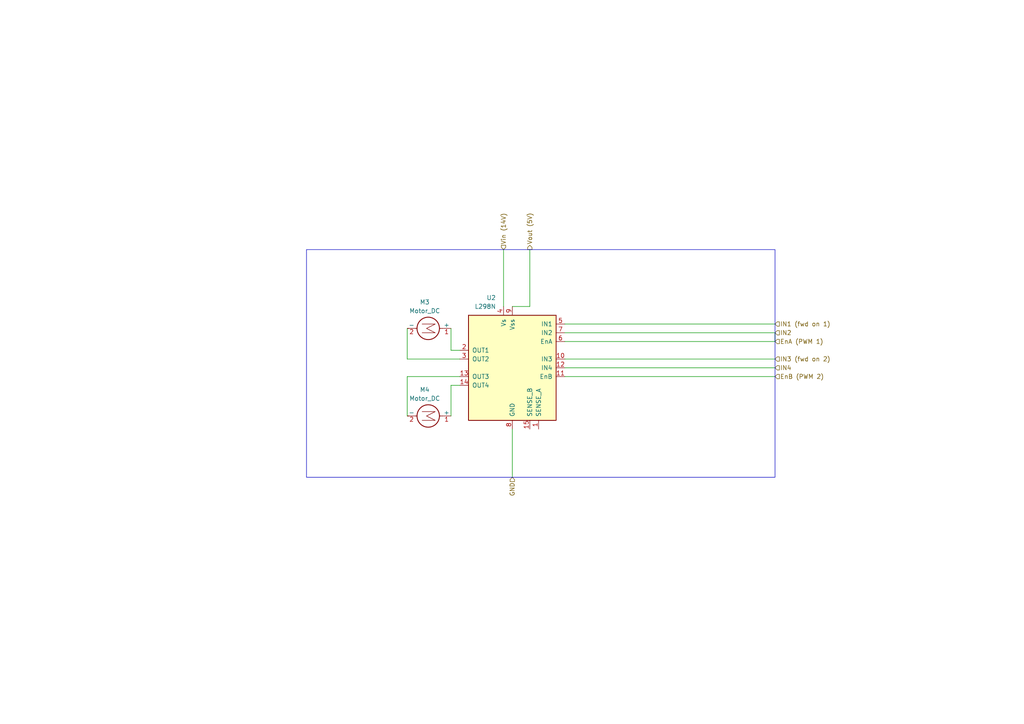
<source format=kicad_sch>
(kicad_sch (version 20231120) (generator "eeschema") (generator_version "8.0")
  (paper "A4")
  (lib_symbols
    (symbol "Driver_Motor:L298N" (pin_names (offset 1.016))
      (property "Reference" "U" (at -10.16 16.51 0))
      (property "Value" "L298N" (at 12.7 16.51 0))
      (symbol "L298N_0_1"
        (rectangle (start -12.7 15.24) (end 12.7 -15.24) (stroke (width 0.254)) (fill (type background)))
      )
      (symbol "L298N_1_1"
        (pin power_in line (at -7.62 -17.78 90) (length 2.54) (name "SENSE_A") (number "1"))
        (pin input line (at -15.24 2.54 0) (length 2.54) (name "IN3") (number "10"))
        (pin input line (at -15.24 -2.54 0) (length 2.54) (name "EnB") (number "11"))
        (pin input line (at -15.24 0 0) (length 2.54) (name "IN4") (number "12"))
        (pin output line (at 15.24 -2.54 180) (length 2.54) (name "OUT3") (number "13"))
        (pin output line (at 15.24 -5.08 180) (length 2.54) (name "OUT4") (number "14"))
        (pin power_in line (at -5.08 -17.78 90) (length 2.54) (name "SENSE_B") (number "15"))
        (pin output line (at 15.24 5.08 180) (length 2.54) (name "OUT1") (number "2"))
        (pin output line (at 15.24 2.54 180) (length 2.54) (name "OUT2") (number "3"))
        (pin power_in line (at 2.54 17.78 270) (length 2.54) (name "Vs") (number "4"))
        (pin input line (at -15.24 12.7 0) (length 2.54) (name "IN1") (number "5"))
        (pin input line (at -15.24 7.62 0) (length 2.54) (name "EnA") (number "6"))
        (pin input line (at -15.24 10.16 0) (length 2.54) (name "IN2") (number "7"))
        (pin power_in line (at 0 -17.78 90) (length 2.54) (name "GND") (number "8"))
        (pin power_in line (at 0 17.78 270) (length 2.54) (name "Vss") (number "9"))
      )
    )
    (symbol "Motor:Motor_DC" (pin_names (offset 0))
      (property "Reference" "M" (at 2.54 2.54 0))
      (property "Value" "Motor_DC" (at 2.54 -5.08 0))
      (symbol "Motor_DC_0_0"
        (polyline (pts (xy -1.27 -3.302) (xy -1.27 0.508) (xy 0 -2.032) (xy 1.27 0.508) (xy 1.27 -3.302)))
      )
      (symbol "Motor_DC_0_1"
        (circle (center 0 -1.524) (radius 3.2512) (stroke (width 0.254)))
        (polyline (pts (xy 0 -7.62) (xy 0 -7.112)))
        (polyline (pts (xy 0 -4.7752) (xy 0 -5.1816)))
        (polyline (pts (xy 0 1.7272) (xy 0 2.0828)))
        (polyline (pts (xy 0 2.032) (xy 0 2.54)))
      )
      (symbol "Motor_DC_1_1"
        (pin passive line (at 0 5.08 270) (length 2.54) (name "+") (number "1"))
        (pin passive line (at 0 -7.62 90) (length 2.54) (name "-") (number "2"))
      )
    )
  )
  (wire (pts (xy 130.81 111.76) (xy 133.35 111.76)))
  (wire (pts (xy 163.83 104.14) (xy 224.79 104.14)))
  (wire (pts (xy 163.83 96.52) (xy 224.79 96.52)))
  (wire (pts (xy 163.83 99.06) (xy 224.79 99.06)))
  (wire (pts (xy 118.11 104.14) (xy 133.35 104.14)))
  (wire (pts (xy 130.81 101.6) (xy 133.35 101.6)))
  (wire (pts (xy 146.05 72.39) (xy 146.05 88.9)))
  (wire (pts (xy 153.67 88.9) (xy 153.67 72.39)))
  (wire (pts (xy 224.79 96.52) (xy 224.79 99.06)))
  (wire (pts (xy 163.83 109.22) (xy 224.79 109.22)))
  (wire (pts (xy 130.81 101.6) (xy 130.81 95.25)))
  (wire (pts (xy 148.59 88.9) (xy 153.67 88.9)))
  (wire (pts (xy 163.83 106.68) (xy 224.79 106.68)))
  (wire (pts (xy 130.81 111.76) (xy 130.81 120.65)))
  (wire (pts (xy 118.11 109.22) (xy 133.35 109.22)))
  (wire (pts (xy 118.11 95.25) (xy 118.11 104.14)))
  (wire (pts (xy 224.79 93.98) (xy 163.83 93.98)))
  (wire (pts (xy 148.59 124.46) (xy 148.59 138.43)))
  (wire (pts (xy 118.11 109.22) (xy 118.11 120.65)))
  (rectangle (start 88.9 72.39) (end 224.79 138.43))
  (hierarchical_label "IN3 (fwd on 2)" (shape input) (at 224.79 104.14 0))
  (hierarchical_label "Vout (5V)" (shape output) (at 153.67 72.39 90))
  (hierarchical_label "IN4" (shape input) (at 224.79 106.68 0))
  (hierarchical_label "IN2" (shape input) (at 224.79 96.52 0))
  (hierarchical_label "EnA (PWM 1)" (shape input) (at 224.79 99.06 0))
  (hierarchical_label "IN1 (fwd on 1)" (shape input) (at 224.79 93.98 0))
  (hierarchical_label "Vin (14V)" (shape input) (at 146.05 72.39 90))
  (hierarchical_label "EnB (PWM 2)" (shape input) (at 224.79 109.22 0))
  (hierarchical_label "GND" (shape input) (at 148.59 138.43 270))
  (symbol (lib_id "Driver_Motor:L298N") (at 148.59 106.68 0) (mirror y) (unit 1)
    (property "Reference" "U2" (at 143.8559 86.36 0) (effects (justify left)))
    (property "Value" "L298N" (at 143.8559 88.9 0) (effects (justify left)))
    (property "Footprint" "Package_TO_SOT_THT:TO-220-15_P2.54x2.54mm_StaggerOdd_Lead4.58mm_Vertical" (effects (hide yes)))
    (property "Datasheet" "http://www.st.com/st-web-ui/static/active/en/resource/technical/document/datasheet/CD00000240.pdf" (effects (hide yes)))
    (property "Description" "Dual full bridge motor driver, up to 46V, 4A, Multiwatt15-V" (effects (hide yes)))
  )
  (symbol (lib_id "Motor:Motor_DC") (at 125.73 95.25 270) (unit 1)
    (property "Reference" "M3" (at 123.19 87.63 90))
    (property "Value" "Motor_DC" (at 123.19 90.17 90))
    (property "Description" "DC Motor" (effects (hide yes)))
  )
  (symbol (lib_id "Motor:Motor_DC") (at 125.73 120.65 270) (unit 1)
    (property "Reference" "M4" (at 123.19 113.03 90))
    (property "Value" "Motor_DC" (at 123.19 115.57 90))
    (property "Description" "DC Motor" (effects (hide yes)))
  )
)
</source>
